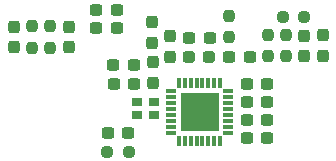
<source format=gtp>
G04 #@! TF.GenerationSoftware,KiCad,Pcbnew,7.0.9*
G04 #@! TF.CreationDate,2024-04-03T14:30:27+02:00*
G04 #@! TF.ProjectId,NFC_Programmer,4e46435f-5072-46f6-9772-616d6d65722e,3.0*
G04 #@! TF.SameCoordinates,Original*
G04 #@! TF.FileFunction,Paste,Top*
G04 #@! TF.FilePolarity,Positive*
%FSLAX46Y46*%
G04 Gerber Fmt 4.6, Leading zero omitted, Abs format (unit mm)*
G04 Created by KiCad (PCBNEW 7.0.9) date 2024-04-03 14:30:27*
%MOMM*%
%LPD*%
G01*
G04 APERTURE LIST*
G04 Aperture macros list*
%AMRoundRect*
0 Rectangle with rounded corners*
0 $1 Rounding radius*
0 $2 $3 $4 $5 $6 $7 $8 $9 X,Y pos of 4 corners*
0 Add a 4 corners polygon primitive as box body*
4,1,4,$2,$3,$4,$5,$6,$7,$8,$9,$2,$3,0*
0 Add four circle primitives for the rounded corners*
1,1,$1+$1,$2,$3*
1,1,$1+$1,$4,$5*
1,1,$1+$1,$6,$7*
1,1,$1+$1,$8,$9*
0 Add four rect primitives between the rounded corners*
20,1,$1+$1,$2,$3,$4,$5,0*
20,1,$1+$1,$4,$5,$6,$7,0*
20,1,$1+$1,$6,$7,$8,$9,0*
20,1,$1+$1,$8,$9,$2,$3,0*%
G04 Aperture macros list end*
%ADD10RoundRect,0.237500X-0.237500X0.250000X-0.237500X-0.250000X0.237500X-0.250000X0.237500X0.250000X0*%
%ADD11RoundRect,0.237500X0.300000X0.237500X-0.300000X0.237500X-0.300000X-0.237500X0.300000X-0.237500X0*%
%ADD12RoundRect,0.237500X0.237500X-0.250000X0.237500X0.250000X-0.237500X0.250000X-0.237500X-0.250000X0*%
%ADD13RoundRect,0.237500X0.237500X-0.287500X0.237500X0.287500X-0.237500X0.287500X-0.237500X-0.287500X0*%
%ADD14R,0.900000X0.800000*%
%ADD15RoundRect,0.237500X0.237500X-0.300000X0.237500X0.300000X-0.237500X0.300000X-0.237500X-0.300000X0*%
%ADD16RoundRect,0.237500X-0.237500X0.300000X-0.237500X-0.300000X0.237500X-0.300000X0.237500X0.300000X0*%
%ADD17R,0.850000X0.300000*%
%ADD18R,0.300000X0.850000*%
%ADD19R,3.250000X3.250000*%
%ADD20RoundRect,0.237500X-0.300000X-0.237500X0.300000X-0.237500X0.300000X0.237500X-0.300000X0.237500X0*%
%ADD21RoundRect,0.237500X-0.250000X-0.237500X0.250000X-0.237500X0.250000X0.237500X-0.250000X0.237500X0*%
%ADD22RoundRect,0.237500X-0.287500X-0.237500X0.287500X-0.237500X0.287500X0.237500X-0.287500X0.237500X0*%
%ADD23RoundRect,0.237500X0.250000X0.237500X-0.250000X0.237500X-0.250000X-0.237500X0.250000X-0.237500X0*%
G04 APERTURE END LIST*
D10*
X150813750Y-94545000D03*
X150813750Y-96370000D03*
D11*
X147696750Y-96380000D03*
X145971750Y-96380000D03*
D12*
X145994250Y-94742500D03*
X145994250Y-92917500D03*
D11*
X137886750Y-97110000D03*
X136161750Y-97110000D03*
D13*
X140994250Y-96385000D03*
X140994250Y-94635000D03*
D11*
X136462500Y-93970000D03*
X134737500Y-93970000D03*
D14*
X139571750Y-100230000D03*
X138171750Y-100230000D03*
X138171750Y-101330000D03*
X139571750Y-101330000D03*
D15*
X139504250Y-98602500D03*
X139504250Y-96877500D03*
D16*
X139464250Y-93467500D03*
X139464250Y-95192500D03*
D17*
X145914250Y-102820000D03*
X145914250Y-102320000D03*
X145914250Y-101820000D03*
X145914250Y-101320000D03*
X145914250Y-100820000D03*
X145914250Y-100320000D03*
X145914250Y-99820000D03*
X145914250Y-99320000D03*
D18*
X145214250Y-98620000D03*
X144714250Y-98620000D03*
X144214250Y-98620000D03*
X143714250Y-98620000D03*
X143214250Y-98620000D03*
X142714250Y-98620000D03*
X142214250Y-98620000D03*
X141714250Y-98620000D03*
D17*
X141014250Y-99320000D03*
X141014250Y-99820000D03*
X141014250Y-100320000D03*
X141014250Y-100820000D03*
X141014250Y-101320000D03*
X141014250Y-101820000D03*
X141014250Y-102320000D03*
X141014250Y-102820000D03*
D18*
X141714250Y-103520000D03*
X142214250Y-103520000D03*
X142714250Y-103520000D03*
X143214250Y-103520000D03*
X143714250Y-103520000D03*
X144214250Y-103520000D03*
X144714250Y-103520000D03*
X145214250Y-103520000D03*
D19*
X143464250Y-101070000D03*
D10*
X130835000Y-93800000D03*
X130835000Y-95625000D03*
D15*
X152344250Y-96320000D03*
X152344250Y-94595000D03*
D11*
X136462500Y-92400000D03*
X134737500Y-92400000D03*
D20*
X147445000Y-98700000D03*
X149170000Y-98700000D03*
X147445000Y-100220000D03*
X149170000Y-100220000D03*
D12*
X149283250Y-96370000D03*
X149283250Y-94545000D03*
D16*
X153904250Y-94587500D03*
X153904250Y-96312500D03*
D20*
X147445000Y-101740000D03*
X149170000Y-101740000D03*
D10*
X129285000Y-93800000D03*
X129285000Y-95625000D03*
D21*
X150522500Y-92990000D03*
X152347500Y-92990000D03*
D16*
X132385000Y-93850000D03*
X132385000Y-95575000D03*
D15*
X127725000Y-95575000D03*
X127725000Y-93850000D03*
D11*
X137420000Y-102890000D03*
X135695000Y-102890000D03*
D22*
X142544250Y-96400000D03*
X144294250Y-96400000D03*
D23*
X137458250Y-104420000D03*
X135633250Y-104420000D03*
D20*
X142609250Y-94790000D03*
X144334250Y-94790000D03*
D11*
X137926750Y-98680000D03*
X136201750Y-98680000D03*
D20*
X147445000Y-103260000D03*
X149170000Y-103260000D03*
M02*

</source>
